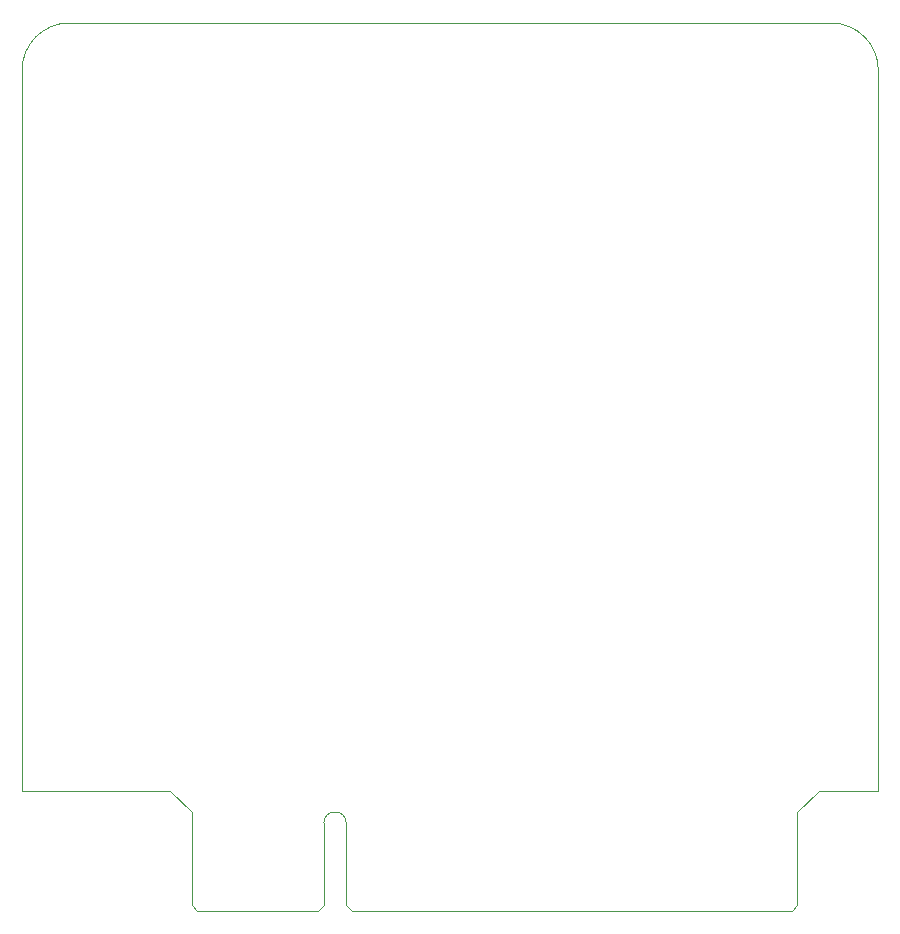
<source format=gm1>
G04 #@! TF.GenerationSoftware,KiCad,Pcbnew,6.0.11+dfsg-1*
G04 #@! TF.CreationDate,2023-08-05T12:29:56+02:00*
G04 #@! TF.ProjectId,kintex-pcie,6b696e74-6578-42d7-9063-69652e6b6963,rev?*
G04 #@! TF.SameCoordinates,Original*
G04 #@! TF.FileFunction,Profile,NP*
%FSLAX46Y46*%
G04 Gerber Fmt 4.6, Leading zero omitted, Abs format (unit mm)*
G04 Created by KiCad (PCBNEW 6.0.11+dfsg-1) date 2023-08-05 12:29:56*
%MOMM*%
%LPD*%
G01*
G04 APERTURE LIST*
G04 #@! TA.AperFunction,Profile*
%ADD10C,0.100000*%
G04 #@! TD*
G04 APERTURE END LIST*
D10*
X61850000Y-116800000D02*
X60000000Y-115000000D01*
X47500000Y-115000000D02*
X47500000Y-54000000D01*
X115000000Y-115000000D02*
X120000000Y-115000000D01*
X113150000Y-116800000D02*
X115000000Y-115000000D01*
X60000000Y-115000000D02*
X47500000Y-115000000D01*
X120000000Y-115000000D02*
X120000000Y-54000000D01*
X51500000Y-50000000D02*
X116000000Y-50000000D01*
X120000000Y-54000000D02*
G75*
G03*
X116000000Y-50000000I-4000000J0D01*
G01*
X51500000Y-50000000D02*
G75*
G03*
X47500000Y-54000000I0J-4000000D01*
G01*
X73050000Y-117750000D02*
X73050000Y-124700000D01*
X113150000Y-116800000D02*
X113150000Y-124700000D01*
X113150000Y-124700000D02*
X112650000Y-125200000D01*
X74950000Y-117750000D02*
X74950000Y-124700000D01*
X61850000Y-116800000D02*
X61850000Y-124700000D01*
X73050000Y-124700000D02*
X72550000Y-125200000D01*
X75450000Y-125200000D02*
X112650000Y-125200000D01*
X61850000Y-124700000D02*
X62350000Y-125200000D01*
X74950000Y-124700000D02*
X75450000Y-125200000D01*
X62350000Y-125200000D02*
X72550000Y-125200000D01*
X74950000Y-117750000D02*
G75*
G03*
X73050000Y-117750000I-950000J0D01*
G01*
M02*

</source>
